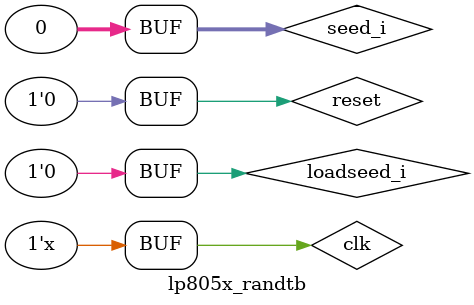
<source format=v>
`timescale 1ns / 1ps


module lp805x_randtb;

	// Inputs
	reg clk;
	reg reset;
	reg loadseed_i;
	reg [31:0] seed_i;

	// Outputs
	wire [31:0] number_o;

	// Instantiate the Unit Under Test (UUT)
	lp805x_rand uut (
		.clk(clk), 
		.reset(reset), 
		.loadseed_i(loadseed_i), 
		.seed_i(seed_i), 
		.number_o(number_o)
	);

	initial begin
		// Initialize Inputs
		clk = 0;
		reset = 1;
		loadseed_i = 0;
		seed_i = 0;

		// Wait 100 ns for global reset to finish
		#100;
		reset = 0;
        
		// Add stimulus here

	end
	
	always #5 clk <= ~clk;
      
endmodule


</source>
